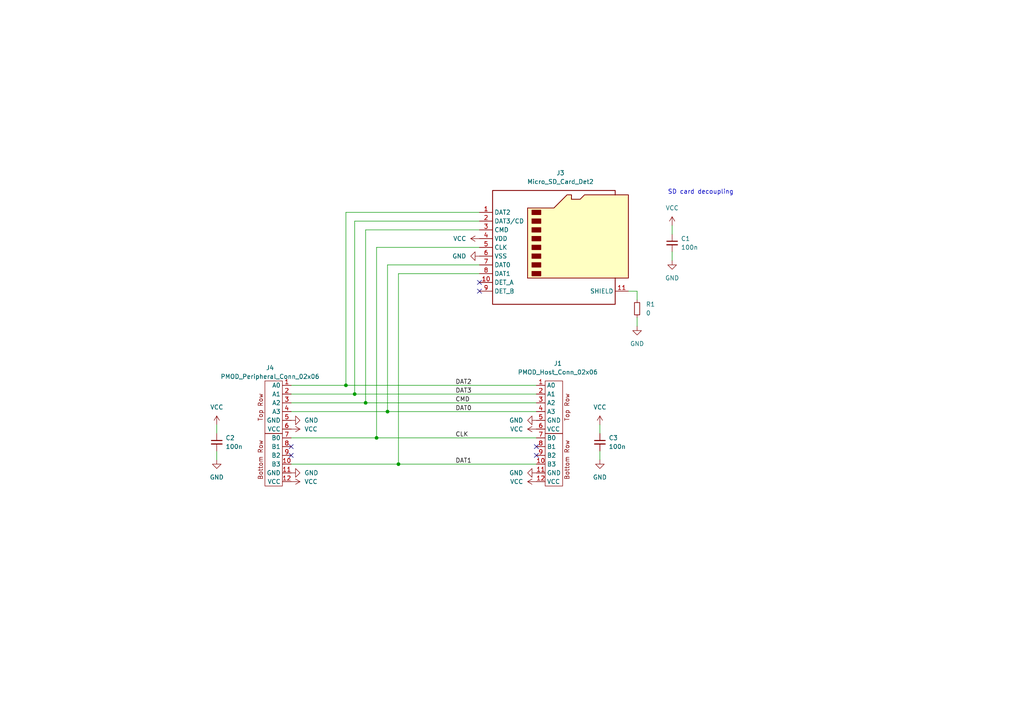
<source format=kicad_sch>
(kicad_sch (version 20230121) (generator eeschema)
  (paper "A4")
  (lib_symbols
    (symbol "Connector:Micro_SD_Card_Det2"
      (property "Reference" "J" (at -16.51 17.78 0))
      (property "Value" "Micro_SD_Card_Det2" (at 16.51 17.78 0))
      (symbol "Micro_SD_Card_Det2_0_1"
        (rectangle (start -7.62 -6.985) (end -5.08 -8.255) (stroke (width 0.254)) (fill (type outline)))
        (rectangle (start -7.62 -4.445) (end -5.08 -5.715) (stroke (width 0.254)) (fill (type outline)))
        (rectangle (start -7.62 -1.905) (end -5.08 -3.175) (stroke (width 0.254)) (fill (type outline)))
        (rectangle (start -7.62 0.635) (end -5.08 -0.635) (stroke (width 0.254)) (fill (type outline)))
        (rectangle (start -7.62 3.175) (end -5.08 1.905) (stroke (width 0.254)) (fill (type outline)))
        (rectangle (start -7.62 5.715) (end -5.08 4.445) (stroke (width 0.254)) (fill (type outline)))
        (rectangle (start -7.62 8.255) (end -5.08 6.985) (stroke (width 0.254)) (fill (type outline)))
        (rectangle (start -7.62 10.795) (end -5.08 9.525) (stroke (width 0.254)) (fill (type outline)))
        (polyline (pts (xy 16.51 15.24) (xy 16.51 16.51) (xy -19.05 16.51) (xy -19.05 -16.51) (xy 16.51 -16.51) (xy 16.51 -8.89)) (stroke (width 0.254)))
        (polyline (pts (xy -8.89 -8.89) (xy -8.89 11.43) (xy -1.27 11.43) (xy 2.54 15.24) (xy 3.81 15.24) (xy 3.81 13.97) (xy 6.35 13.97) (xy 7.62 15.24) (xy 20.32 15.24) (xy 20.32 -8.89) (xy -8.89 -8.89)) (stroke (width 0.254)) (fill (type background)))
      )
      (symbol "Micro_SD_Card_Det2_1_1"
        (pin bidirectional line (at -22.86 10.16 0) (length 3.81) (name "DAT2") (number "1"))
        (pin passive line (at -22.86 -10.16 0) (length 3.81) (name "DET_A") (number "10"))
        (pin passive line (at 20.32 -12.7 180) (length 3.81) (name "SHIELD") (number "11"))
        (pin bidirectional line (at -22.86 7.62 0) (length 3.81) (name "DAT3/CD") (number "2"))
        (pin input line (at -22.86 5.08 0) (length 3.81) (name "CMD") (number "3"))
        (pin power_in line (at -22.86 2.54 0) (length 3.81) (name "VDD") (number "4"))
        (pin input line (at -22.86 0 0) (length 3.81) (name "CLK") (number "5"))
        (pin power_in line (at -22.86 -2.54 0) (length 3.81) (name "VSS") (number "6"))
        (pin bidirectional line (at -22.86 -5.08 0) (length 3.81) (name "DAT0") (number "7"))
        (pin bidirectional line (at -22.86 -7.62 0) (length 3.81) (name "DAT1") (number "8"))
        (pin passive line (at -22.86 -12.7 0) (length 3.81) (name "DET_B") (number "9"))
      )
    )
    (symbol "Device:C_Small" (pin_numbers hide) (pin_names (offset 0.254) hide)
      (property "Reference" "C" (at 0.254 1.778 0))
      (property "Value" "C_Small" (at 0.254 -2.032 0))
      (symbol "C_Small_0_1"
        (polyline (pts (xy -1.524 -0.508) (xy 1.524 -0.508)) (stroke (width 0.3302)))
        (polyline (pts (xy -1.524 0.508) (xy 1.524 0.508)) (stroke (width 0.3048)))
      )
      (symbol "C_Small_1_1"
        (pin passive line (at 0 2.54 270) (length 2.032) (name "~") (number "1"))
        (pin passive line (at 0 -2.54 90) (length 2.032) (name "~") (number "2"))
      )
    )
    (symbol "Device:R_Small" (pin_numbers hide) (pin_names (offset 0.254) hide)
      (property "Reference" "R" (at 0.762 0.508 0))
      (property "Value" "R_Small" (at 0.762 -1.016 0))
      (symbol "R_Small_0_1"
        (rectangle (start -0.762 1.778) (end 0.762 -1.778) (stroke (width 0.2032)))
      )
      (symbol "R_Small_1_1"
        (pin passive line (at 0 2.54 270) (length 0.762) (name "~") (number "1"))
        (pin passive line (at 0 -2.54 90) (length 0.762) (name "~") (number "2"))
      )
    )
    (symbol "pmod:PMOD_Host_Conn_02x06"
      (property "Reference" "J" (at -0.635 -16.51 0))
      (property "Value" "PMOD_Host_Conn_02x06" (at 0 17.145 0))
      (symbol "PMOD_Host_Conn_02x06_0_0"
        (text "Bottom Row" (at 3.81 -7.62 900) (effects (font (size 1.27 1.27))))
        (text "Top Row" (at 3.81 7.62 900) (effects (font (size 1.27 1.27))))
      )
      (symbol "PMOD_Host_Conn_02x06_0_1"
        (rectangle (start -2.54 -15.24) (end 2.54 0))
        (rectangle (start -2.54 0) (end 2.54 15.24))
      )
      (symbol "PMOD_Host_Conn_02x06_1_1"
        (pin bidirectional line (at -5.08 13.97 0) (length 2.54) (name "A0") (number "1"))
        (pin bidirectional line (at -5.08 -8.89 0) (length 2.54) (name "B3") (number "10"))
        (pin power_out line (at -5.08 -11.43 0) (length 2.54) (name "GND") (number "11"))
        (pin power_out line (at -5.08 -13.97 0) (length 2.54) (name "VCC") (number "12"))
        (pin bidirectional line (at -5.08 11.43 0) (length 2.54) (name "A1") (number "2"))
        (pin bidirectional line (at -5.08 8.89 0) (length 2.54) (name "A2") (number "3"))
        (pin bidirectional line (at -5.08 6.35 0) (length 2.54) (name "A3") (number "4"))
        (pin power_out line (at -5.08 3.81 0) (length 2.54) (name "GND") (number "5"))
        (pin power_out line (at -5.08 1.27 0) (length 2.54) (name "VCC") (number "6"))
        (pin bidirectional line (at -5.08 -1.27 0) (length 2.54) (name "B0") (number "7"))
        (pin bidirectional line (at -5.08 -3.81 0) (length 2.54) (name "B1") (number "8"))
        (pin bidirectional line (at -5.08 -6.35 0) (length 2.54) (name "B2") (number "9"))
      )
    )
    (symbol "pmod:PMOD_Peripheral_Conn_02x06"
      (property "Reference" "J" (at 0 -16.51 0))
      (property "Value" "PMOD_Peripheral_Conn_02x06" (at 0 17.145 0))
      (symbol "PMOD_Peripheral_Conn_02x06_0_0"
        (text "Bottom Row" (at -3.81 -7.62 900) (effects (font (size 1.27 1.27))))
        (text "Top Row" (at -3.81 7.62 900) (effects (font (size 1.27 1.27))))
      )
      (symbol "PMOD_Peripheral_Conn_02x06_0_1"
        (rectangle (start -2.54 0) (end 2.54 -15.24))
        (rectangle (start -2.54 15.24) (end 2.54 0))
      )
      (symbol "PMOD_Peripheral_Conn_02x06_1_1"
        (pin bidirectional line (at 5.08 13.97 180) (length 2.54) (name "A0") (number "1"))
        (pin bidirectional line (at 5.08 -8.89 180) (length 2.54) (name "B3") (number "10"))
        (pin power_in line (at 5.08 -11.43 180) (length 2.54) (name "GND") (number "11"))
        (pin power_in line (at 5.08 -13.97 180) (length 2.54) (name "VCC") (number "12"))
        (pin bidirectional line (at 5.08 11.43 180) (length 2.54) (name "A1") (number "2"))
        (pin bidirectional line (at 5.08 8.89 180) (length 2.54) (name "A2") (number "3"))
        (pin bidirectional line (at 5.08 6.35 180) (length 2.54) (name "A3") (number "4"))
        (pin power_in line (at 5.08 3.81 180) (length 2.54) (name "GND") (number "5"))
        (pin power_in line (at 5.08 1.27 180) (length 2.54) (name "VCC") (number "6"))
        (pin bidirectional line (at 5.08 -1.27 180) (length 2.54) (name "B0") (number "7"))
        (pin bidirectional line (at 5.08 -3.81 180) (length 2.54) (name "B1") (number "8"))
        (pin bidirectional line (at 5.08 -6.35 180) (length 2.54) (name "B2") (number "9"))
      )
    )
    (symbol "power:GND" (power) (pin_names (offset 0))
      (property "Value" "GND" (at 0 -3.81 0))
      (symbol "GND_0_1"
        (polyline (pts (xy 0 0) (xy 0 -1.27) (xy 1.27 -1.27) (xy 0 -2.54) (xy -1.27 -1.27) (xy 0 -1.27)))
      )
      (symbol "GND_1_1"
        (pin power_in line (at 0 0 270) (length 0) hide (name "GND") (number "1"))
      )
    )
    (symbol "power:VCC" (power) (pin_names (offset 0))
      (property "Value" "VCC" (at 0 3.81 0))
      (symbol "VCC_0_1"
        (polyline (pts (xy -0.762 1.27) (xy 0 2.54)))
        (polyline (pts (xy 0 0) (xy 0 2.54)))
        (polyline (pts (xy 0 2.54) (xy 0.762 1.27)))
      )
      (symbol "VCC_1_1"
        (pin power_in line (at 0 0 90) (length 0) hide (name "VCC") (number "1"))
      )
    )
  )
  (junction (at 109.22 127))
  (junction (at 112.395 119.38))
  (junction (at 102.87 114.3))
  (junction (at 106.045 116.84))
  (junction (at 100.33 111.76))
  (junction (at 115.57 134.62))
  (no_connect (at 84.455 129.54))
  (no_connect (at 139.065 84.455))
  (no_connect (at 155.575 132.08))
  (no_connect (at 155.575 129.54))
  (no_connect (at 139.065 81.915))
  (no_connect (at 84.455 132.08))
  (wire (pts (xy 84.455 127) (xy 109.22 127)))
  (wire (pts (xy 100.33 111.76) (xy 155.575 111.76)))
  (wire (pts (xy 102.87 114.3) (xy 155.575 114.3)))
  (wire (pts (xy 112.395 76.835) (xy 112.395 119.38)))
  (wire (pts (xy 139.065 66.675) (xy 106.045 66.675)))
  (wire (pts (xy 62.865 130.81) (xy 62.865 133.35)))
  (wire (pts (xy 139.065 64.135) (xy 102.87 64.135)))
  (wire (pts (xy 84.455 134.62) (xy 115.57 134.62)))
  (wire (pts (xy 139.065 76.835) (xy 112.395 76.835)))
  (wire (pts (xy 139.065 61.595) (xy 100.33 61.595)))
  (wire (pts (xy 139.065 71.755) (xy 109.22 71.755)))
  (wire (pts (xy 112.395 119.38) (xy 155.575 119.38)))
  (wire (pts (xy 62.865 123.19) (xy 62.865 125.73)))
  (wire (pts (xy 84.455 116.84) (xy 106.045 116.84)))
  (wire (pts (xy 182.245 84.455) (xy 184.785 84.455)))
  (wire (pts (xy 84.455 114.3) (xy 102.87 114.3)))
  (wire (pts (xy 109.22 71.755) (xy 109.22 127)))
  (wire (pts (xy 106.045 116.84) (xy 155.575 116.84)))
  (wire (pts (xy 184.785 92.075) (xy 184.785 94.615)))
  (wire (pts (xy 115.57 79.375) (xy 115.57 134.62)))
  (wire (pts (xy 100.33 61.595) (xy 100.33 111.76)))
  (wire (pts (xy 106.045 66.675) (xy 106.045 116.84)))
  (wire (pts (xy 84.455 111.76) (xy 100.33 111.76)))
  (wire (pts (xy 115.57 134.62) (xy 155.575 134.62)))
  (wire (pts (xy 173.99 123.19) (xy 173.99 125.73)))
  (wire (pts (xy 184.785 84.455) (xy 184.785 86.995)))
  (wire (pts (xy 194.945 73.025) (xy 194.945 75.565)))
  (wire (pts (xy 102.87 64.135) (xy 102.87 114.3)))
  (wire (pts (xy 112.395 119.38) (xy 84.455 119.38)))
  (wire (pts (xy 194.945 65.405) (xy 194.945 67.945)))
  (wire (pts (xy 173.99 130.81) (xy 173.99 133.35)))
  (wire (pts (xy 139.065 79.375) (xy 115.57 79.375)))
  (wire (pts (xy 109.22 127) (xy 155.575 127)))
  (text "SD card decoupling" (at 193.675 56.515 0) (effects (font (size 1.27 1.27)) (justify left bottom)))
  (label "CLK" (at 132.08 127 0))
  (label "DAT0" (at 132.08 119.38 0))
  (label "DAT2" (at 132.08 111.76 0))
  (label "DAT3" (at 132.08 114.3 0))
  (label "CMD" (at 132.08 116.84 0))
  (label "DAT1" (at 132.08 134.62 0))
  (symbol (lib_id "pmod:PMOD_Host_Conn_02x06") (at 160.655 125.73 0) (unit 1)
    (property "Reference" "J1" (at 161.8008 105.41 0))
    (property "Value" "PMOD_Host_Conn_02x06" (at 161.8008 107.95 0))
    (property "Footprint" "pmod:PMOD_PinSocket_2x06_P2.54mm_Horizontal" (effects hide))
  )
  (symbol (lib_id "power:GND") (at 139.065 74.295 270) (unit 1)
    (property "Reference" "#PWR013" (effects hide))
    (property "Value" "GND" (at 135.255 74.295 90) (effects (justify right)))
  )
  (symbol (lib_id "power:VCC") (at 139.065 69.215 90) (unit 1)
    (property "Reference" "#PWR012" (effects hide))
    (property "Value" "VCC" (at 135.255 69.215 90) (effects (justify left)))
  )
  (symbol (lib_id "power:GND") (at 155.575 121.92 270) (mirror x) (unit 1)
    (property "Reference" "#PWR05" (effects hide))
    (property "Value" "GND" (at 151.765 121.92 90) (effects (justify right)))
  )
  (symbol (lib_id "power:GND") (at 173.99 133.35 0) (unit 1)
    (property "Reference" "#PWR017" (effects hide))
    (property "Value" "GND" (at 173.99 138.43 0))
  )
  (symbol (lib_id "power:GND") (at 84.455 121.92 90) (unit 1)
    (property "Reference" "#PWR01" (effects hide))
    (property "Value" "GND" (at 88.265 121.92 90) (effects (justify right)))
  )
  (symbol (lib_id "Device:C_Small") (at 194.945 70.485 0) (unit 1)
    (property "Reference" "C1" (at 197.485 69.2213 0) (effects (justify left)))
    (property "Value" "100n" (at 197.485 71.7613 0) (effects (justify left)))
    (property "Footprint" "Capacitor_SMD:C_0603_1608Metric" (effects hide))
  )
  (symbol (lib_id "Device:C_Small") (at 173.99 128.27 0) (unit 1)
    (property "Reference" "C3" (at 176.53 127.0063 0) (effects (justify left)))
    (property "Value" "100n" (at 176.53 129.5463 0) (effects (justify left)))
    (property "Footprint" "Capacitor_SMD:C_0603_1608Metric" (effects hide))
  )
  (symbol (lib_id "power:GND") (at 194.945 75.565 0) (unit 1)
    (property "Reference" "#PWR09" (effects hide))
    (property "Value" "GND" (at 194.945 80.645 0))
  )
  (symbol (lib_id "power:VCC") (at 62.865 123.19 0) (unit 1)
    (property "Reference" "#PWR014" (effects hide))
    (property "Value" "VCC" (at 62.865 118.11 0))
  )
  (symbol (lib_id "power:VCC") (at 155.575 124.46 90) (mirror x) (unit 1)
    (property "Reference" "#PWR06" (effects hide))
    (property "Value" "VCC" (at 151.765 124.46 90) (effects (justify left)))
  )
  (symbol (lib_id "power:GND") (at 62.865 133.35 0) (unit 1)
    (property "Reference" "#PWR015" (effects hide))
    (property "Value" "GND" (at 62.865 138.43 0))
  )
  (symbol (lib_id "power:VCC") (at 194.945 65.405 0) (unit 1)
    (property "Reference" "#PWR08" (effects hide))
    (property "Value" "VCC" (at 194.945 60.325 0))
  )
  (symbol (lib_id "power:GND") (at 84.455 137.16 90) (unit 1)
    (property "Reference" "#PWR010" (effects hide))
    (property "Value" "GND" (at 88.265 137.16 90) (effects (justify right)))
  )
  (symbol (lib_id "pmod:PMOD_Peripheral_Conn_02x06") (at 79.375 125.73 0) (unit 1)
    (property "Reference" "J4" (at 78.3232 106.68 0))
    (property "Value" "PMOD_Peripheral_Conn_02x06" (at 78.3232 109.22 0))
    (property "Footprint" "pmod:PMOD_PinHeader_2x06_P2.54mm_Horizontal" (effects hide))
  )
  (symbol (lib_id "power:GND") (at 155.575 137.16 270) (mirror x) (unit 1)
    (property "Reference" "#PWR02" (effects hide))
    (property "Value" "GND" (at 151.765 137.16 90) (effects (justify right)))
  )
  (symbol (lib_id "power:VCC") (at 173.99 123.19 0) (unit 1)
    (property "Reference" "#PWR016" (effects hide))
    (property "Value" "VCC" (at 173.99 118.11 0))
  )
  (symbol (lib_id "Connector:Micro_SD_Card_Det2") (at 161.925 71.755 0) (unit 1)
    (property "Reference" "J3" (at 162.56 50.165 0))
    (property "Value" "Micro_SD_Card_Det2" (at 162.56 52.705 0))
    (property "Footprint" "Connector_Card:microSD_HC_Hirose_DM3D-SF" (effects hide))
    (property "Datasheet" "https://www.hirose.com/en/product/document?clcode=&productname=&series=DM3&documenttype=Catalog&lang=en&documentid=D49662_en" (effects hide))
  )
  (symbol (lib_id "power:VCC") (at 84.455 124.46 270) (unit 1)
    (property "Reference" "#PWR03" (effects hide))
    (property "Value" "VCC" (at 88.265 124.46 90) (effects (justify left)))
  )
  (symbol (lib_id "Device:C_Small") (at 62.865 128.27 0) (unit 1)
    (property "Reference" "C2" (at 65.405 127.0063 0) (effects (justify left)))
    (property "Value" "100n" (at 65.405 129.5463 0) (effects (justify left)))
    (property "Footprint" "Capacitor_SMD:C_0603_1608Metric" (effects hide))
  )
  (symbol (lib_id "Device:R_Small") (at 184.785 89.535 0) (unit 1)
    (property "Reference" "R1" (at 187.325 88.265 0) (effects (justify left)))
    (property "Value" "0" (at 187.325 90.805 0) (effects (justify left)))
    (property "Footprint" "Resistor_SMD:R_0603_1608Metric" (effects hide))
  )
  (symbol (lib_id "power:GND") (at 184.785 94.615 0) (unit 1)
    (property "Reference" "#PWR07" (effects hide))
    (property "Value" "GND" (at 184.785 99.695 0))
  )
  (symbol (lib_id "power:VCC") (at 155.575 139.7 90) (mirror x) (unit 1)
    (property "Reference" "#PWR04" (effects hide))
    (property "Value" "VCC" (at 151.765 139.7 90) (effects (justify left)))
  )
  (symbol (lib_id "power:VCC") (at 84.455 139.7 270) (unit 1)
    (property "Reference" "#PWR011" (effects hide))
    (property "Value" "VCC" (at 88.265 139.7 90) (effects (justify left)))
  )
)
</source>
